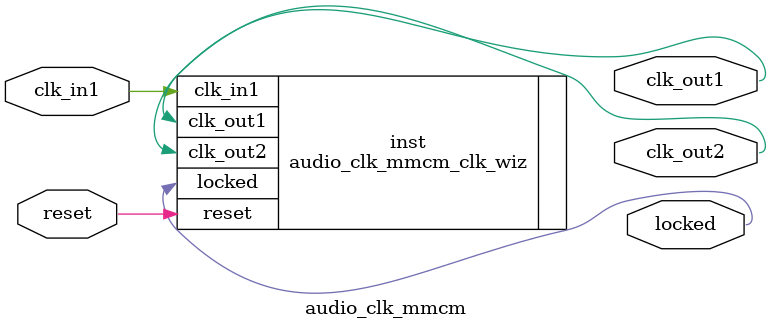
<source format=v>


`timescale 1ps/1ps

(* CORE_GENERATION_INFO = "audio_clk_mmcm,clk_wiz_v6_0_1_0_0,{component_name=audio_clk_mmcm,use_phase_alignment=true,use_min_o_jitter=false,use_max_i_jitter=false,use_dyn_phase_shift=false,use_inclk_switchover=false,use_dyn_reconfig=false,enable_axi=0,feedback_source=FDBK_AUTO,PRIMITIVE=MMCM,num_out_clk=2,clkin1_period=10.000,clkin2_period=10.000,use_power_down=false,use_reset=true,use_locked=true,use_inclk_stopped=false,feedback_type=SINGLE,CLOCK_MGR_TYPE=NA,manual_override=false}" *)

module audio_clk_mmcm 
 (
  // Clock out ports
  output        clk_out1,
  output        clk_out2,
  // Status and control signals
  input         reset,
  output        locked,
 // Clock in ports
  input         clk_in1
 );

  audio_clk_mmcm_clk_wiz inst
  (
  // Clock out ports  
  .clk_out1(clk_out1),
  .clk_out2(clk_out2),
  // Status and control signals               
  .reset(reset), 
  .locked(locked),
 // Clock in ports
  .clk_in1(clk_in1)
  );

endmodule

</source>
